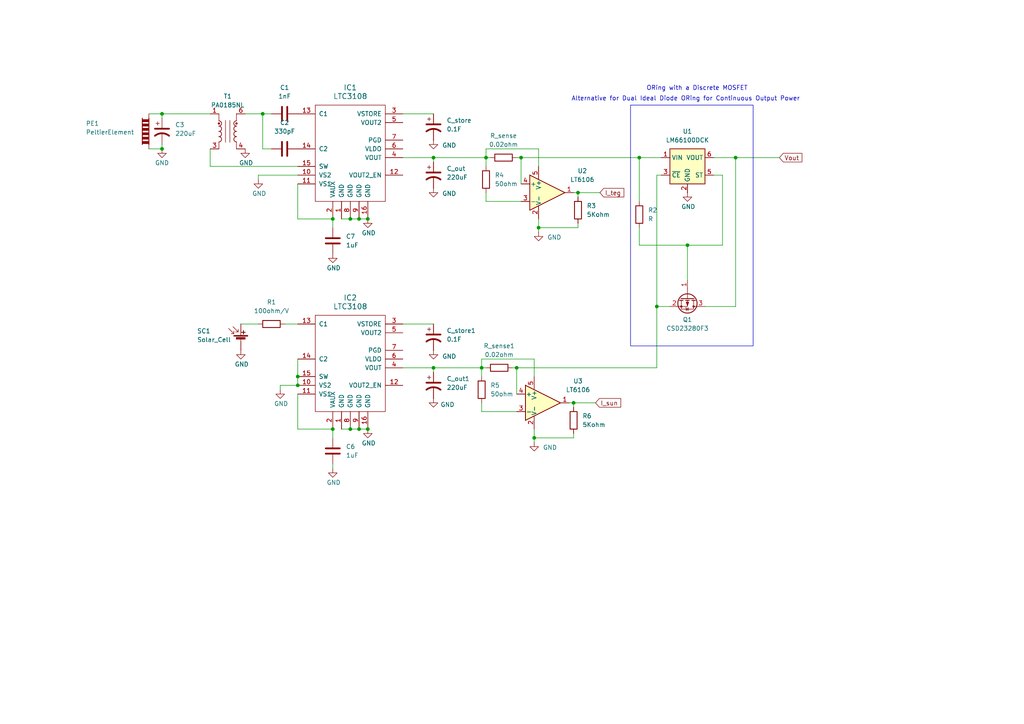
<source format=kicad_sch>
(kicad_sch (version 20231120) (generator "eeschema") (generator_version "8.0")
  (paper "A4")
  (lib_symbols
    (symbol "Amplifier_Current:LT6106" (pin_names (offset 0.127))
      (property "Reference" "U" (at 1.27 5.08 0))
      (property "Value" "LT6106" (at 0 -5.08 0))
      (symbol "LT6106_0_1"
        (polyline (pts (xy -5.08 5.08) (xy 5.08 0) (xy -5.08 -5.08) (xy -5.08 5.08)) (stroke (width 0.254)) (fill (type background)))
      )
      (symbol "LT6106_1_1"
        (pin open_collector line (at 7.62 0 180) (length 2.54) (name "~") (number "1"))
        (pin power_in line (at -2.54 -7.62 90) (length 3.81) (name "V-") (number "2"))
        (pin input line (at -7.62 -2.54 0) (length 2.54) (name "-") (number "3"))
        (pin input line (at -7.62 2.54 0) (length 2.54) (name "+") (number "4"))
        (pin power_in line (at -2.54 7.62 270) (length 3.81) (name "V+") (number "5"))
      )
    )
    (symbol "Device:C" (pin_numbers hide) (pin_names (offset 0.254))
      (property "Reference" "C" (at 0.635 2.54 0))
      (property "Value" "C" (at 0.635 -2.54 0))
      (symbol "C_0_1"
        (polyline (pts (xy -2.032 -0.762) (xy 2.032 -0.762)) (stroke (width 0.508)))
        (polyline (pts (xy -2.032 0.762) (xy 2.032 0.762)) (stroke (width 0.508)))
      )
      (symbol "C_1_1"
        (pin passive line (at 0 3.81 270) (length 2.794) (name "~") (number "1"))
        (pin passive line (at 0 -3.81 90) (length 2.794) (name "~") (number "2"))
      )
    )
    (symbol "Device:C_Polarized_US" (pin_numbers hide) (pin_names (offset 0.254) hide)
      (property "Reference" "C" (at 0.635 2.54 0))
      (property "Value" "C_Polarized_US" (at 0.635 -2.54 0))
      (symbol "C_Polarized_US_0_1"
        (polyline (pts (xy -2.032 0.762) (xy 2.032 0.762)) (stroke (width 0.508)))
        (polyline (pts (xy -1.778 2.286) (xy -0.762 2.286)))
        (polyline (pts (xy -1.27 1.778) (xy -1.27 2.794)))
        (arc (start 2.032 -1.27) (mid 0 -0.5572) (end -2.032 -1.27) (stroke (width 0.508)))
      )
      (symbol "C_Polarized_US_1_1"
        (pin passive line (at 0 3.81 270) (length 2.794) (name "~") (number "1"))
        (pin passive line (at 0 -3.81 90) (length 3.302) (name "~") (number "2"))
      )
    )
    (symbol "Device:PeltierElement" (pin_numbers hide) (pin_names (offset 0))
      (property "Reference" "PE" (at 0 3.175 0))
      (property "Value" "PeltierElement" (at 0 -1.27 0))
      (symbol "PeltierElement_0_1"
        (rectangle (start -3.556 1.905) (end -2.921 0) (fill (type outline)))
        (rectangle (start -2.286 1.905) (end -1.651 0) (fill (type outline)))
        (rectangle (start -0.381 1.905) (end -1.016 0) (fill (type outline)))
        (polyline (pts (xy -3.81 0) (xy 3.81 0)) (stroke (width 0.254)) (fill (type outline)))
        (polyline (pts (xy -3.81 1.905) (xy 3.81 1.905)) (stroke (width 0.254)))
        (rectangle (start 0.889 1.905) (end 0.254 0) (fill (type outline)))
        (rectangle (start 1.524 0) (end 2.159 1.905) (fill (type outline)))
        (rectangle (start 2.794 0) (end 3.429 1.905) (fill (type outline)))
      )
      (symbol "PeltierElement_1_1"
        (pin passive line (at -5.08 0 0) (length 1.27) (name "~") (number "1"))
        (pin passive line (at 5.08 0 180) (length 1.27) (name "~") (number "2"))
      )
    )
    (symbol "Device:R" (pin_numbers hide) (pin_names (offset 0))
      (property "Reference" "R" (at 2.032 0 90))
      (property "Value" "R" (at 0 0 90))
      (symbol "R_0_1"
        (rectangle (start -1.016 -2.54) (end 1.016 2.54) (stroke (width 0.254)))
      )
      (symbol "R_1_1"
        (pin passive line (at 0 3.81 270) (length 1.27) (name "~") (number "1"))
        (pin passive line (at 0 -3.81 90) (length 1.27) (name "~") (number "2"))
      )
    )
    (symbol "Device:Solar_Cell" (pin_numbers hide) (pin_names (offset 0) hide)
      (property "Reference" "SC" (at 2.54 2.54 0))
      (property "Value" "Solar_Cell" (at 2.54 0 0))
      (symbol "Solar_Cell_0_1"
        (rectangle (start -2.032 1.778) (end 2.032 1.524) (fill (type outline)))
        (rectangle (start -1.3208 1.1938) (end 1.27 0.6858) (fill (type outline)))
        (polyline (pts (xy -2.032 2.286) (xy -3.556 3.81)))
        (polyline (pts (xy -0.762 2.794) (xy -2.286 4.318)))
        (polyline (pts (xy 0 0.762) (xy 0 0)))
        (polyline (pts (xy 0 1.778) (xy 0 2.54)))
        (polyline (pts (xy 0.254 2.667) (xy 1.27 2.667)) (stroke (width 0.254)))
        (polyline (pts (xy 0.762 3.175) (xy 0.762 2.159)) (stroke (width 0.254)))
        (polyline (pts (xy -2.032 3.048) (xy -2.032 2.286) (xy -2.794 2.286)))
        (polyline (pts (xy -0.762 3.556) (xy -0.762 2.794) (xy -1.524 2.794)))
      )
      (symbol "Solar_Cell_1_1"
        (pin passive line (at 0 5.08 270) (length 2.54) (name "+") (number "1"))
        (pin passive line (at 0 -2.54 90) (length 2.54) (name "-") (number "2"))
      )
    )
    (symbol "Power_Management:LM66100DCK"
      (property "Reference" "U" (at -5.08 6.096 0))
      (property "Value" "LM66100DCK" (at 0.254 -6.35 0))
      (symbol "LM66100DCK_0_1"
        (rectangle (start -5.08 5.08) (end 5.08 -5.08) (stroke (width 0.254)) (fill (type background)))
      )
      (symbol "LM66100DCK_1_1"
        (pin power_in line (at -7.62 2.54 0) (length 2.54) (name "VIN") (number "1"))
        (pin power_in line (at 0 -7.62 90) (length 2.54) (name "GND") (number "2"))
        (pin input line (at -7.62 -2.54 0) (length 2.54) (name "~{CE}") (number "3"))
        (pin no_connect line (at 0 5.08 270) (length 2.54) hide (name "NC") (number "4"))
        (pin open_collector line (at 7.62 -2.54 180) (length 2.54) (name "ST") (number "5"))
        (pin power_out line (at 7.62 2.54 180) (length 2.54) (name "VOUT") (number "6"))
      )
    )
    (symbol "Transformer:PA0185NL" (pin_names hide)
      (property "Reference" "T" (at 0 6.35 0))
      (property "Value" "PA0185NL" (at 0 -6.35 0))
      (symbol "PA0185NL_0_1"
        (arc (start -2.54 -3.048) (mid -1.7813 -2.286) (end -2.54 -1.524) (stroke (width 0.2032)))
        (arc (start -2.54 -1.524) (mid -1.7813 -0.762) (end -2.54 0) (stroke (width 0.2032)))
        (arc (start -2.54 0) (mid -1.7813 0.762) (end -2.54 1.524) (stroke (width 0.2032)))
        (circle (center -2.54 2.286) (radius 0.254) (fill (type outline)))
        (polyline (pts (xy -2.54 -3.048) (xy -2.54 -5.08)))
        (polyline (pts (xy -2.54 5.08) (xy -2.54 3.048)))
        (polyline (pts (xy -0.635 3.175) (xy -0.635 -3.175)))
        (polyline (pts (xy 0.635 3.175) (xy 0.635 -3.175)))
        (polyline (pts (xy 2.54 -3.048) (xy 2.54 -5.08)))
        (polyline (pts (xy 2.54 5.08) (xy 2.54 3.048)))
        (arc (start 2.54 -1.524) (mid 1.7813 -2.286) (end 2.54 -3.048) (stroke (width 0.2032)))
        (arc (start 2.54 0) (mid 1.7813 -0.762) (end 2.54 -1.524) (stroke (width 0.2032)))
        (arc (start 2.54 1.524) (mid 1.7813 0.762) (end 2.54 0) (stroke (width 0.2032)))
        (circle (center 2.54 2.286) (radius 0.254) (fill (type outline)))
        (arc (start 2.54 3.048) (mid 1.7813 2.286) (end 2.54 1.524) (stroke (width 0.2032)))
      )
      (symbol "PA0185NL_1_1"
        (arc (start -2.54 1.524) (mid -1.7813 2.286) (end -2.54 3.048) (stroke (width 0.2032)))
        (pin passive line (at -5.08 5.08 0) (length 2.54) (name "~") (number "1"))
        (pin passive line (at -5.08 -5.08 0) (length 2.54) (name "~") (number "3"))
        (pin passive line (at 5.08 -5.08 180) (length 2.54) (name "~") (number "4"))
        (pin passive line (at 5.08 5.08 180) (length 2.54) (name "~") (number "6"))
      )
    )
    (symbol "Transistor_FET:CSD25480F3" (pin_names hide)
      (property "Reference" "Q" (at 5.715 1.905 0))
      (property "Value" "CSD25480F3" (at 11.811 -0.127 0))
      (symbol "CSD25480F3_0_1"
        (polyline (pts (xy 0.254 0) (xy -2.54 0)))
        (polyline (pts (xy 0.254 1.905) (xy 0.254 -1.905)) (stroke (width 0.254)))
        (polyline (pts (xy 0.762 -1.27) (xy 0.762 -2.286)) (stroke (width 0.254)))
        (polyline (pts (xy 0.762 0.508) (xy 0.762 -0.508)) (stroke (width 0.254)))
        (polyline (pts (xy 0.762 2.286) (xy 0.762 1.27)) (stroke (width 0.254)))
        (polyline (pts (xy 2.54 2.54) (xy 2.54 1.778)))
        (polyline (pts (xy 2.54 -2.54) (xy 2.54 0) (xy 0.762 0)))
        (polyline (pts (xy 0.762 1.778) (xy 3.302 1.778) (xy 3.302 -1.778) (xy 0.762 -1.778)))
        (polyline (pts (xy 2.286 0) (xy 1.27 0.381) (xy 1.27 -0.381) (xy 2.286 0)) (fill (type outline)))
        (polyline (pts (xy 2.794 -0.508) (xy 2.921 -0.381) (xy 3.683 -0.381) (xy 3.81 -0.254)))
        (polyline (pts (xy 3.302 -0.381) (xy 2.921 0.254) (xy 3.683 0.254) (xy 3.302 -0.381)))
        (circle (center 1.651 0) (radius 2.794) (stroke (width 0.254)))
        (circle (center 2.54 -1.778) (radius 0.254) (fill (type outline)))
        (circle (center 2.54 1.778) (radius 0.254) (fill (type outline)))
      )
      (symbol "CSD25480F3_1_1"
        (pin input line (at -5.08 0 0) (length 2.54) (name "G") (number "1"))
        (pin passive line (at 2.54 -5.08 90) (length 2.54) (name "S") (number "2"))
        (pin passive line (at 2.54 5.08 270) (length 2.54) (name "D") (number "3"))
      )
    )
    (symbol "ltc3108-cache:LTC3108" (pin_names (offset 1.016))
      (property "Reference" "IC" (at 8.89 13.97 0))
      (property "Value" "LTC3108" (at -5.08 13.97 0))
      (symbol "LTC3108_0_1"
        (rectangle (start 10.16 -15.24) (end -10.16 12.7))
      )
      (symbol "LTC3108_1_1"
        (pin power_in line (at -2.54 -20.32 90) (length 5.08) (name "GND") (number "1"))
        (pin input line (at -15.24 -7.62 0) (length 5.08) (name "VS2") (number "10"))
        (pin input line (at -15.24 -10.16 0) (length 5.08) (name "VS1") (number "11"))
        (pin input line (at 15.24 -7.62 180) (length 5.08) (name "VOUT2_EN") (number "12"))
        (pin power_in line (at -15.24 10.16 0) (length 5.08) (name "C1") (number "13"))
        (pin power_in line (at -15.24 0 0) (length 5.08) (name "C2") (number "14"))
        (pin power_out line (at -15.24 -5.08 0) (length 5.08) (name "SW") (number "15"))
        (pin power_in line (at 5.08 -20.32 90) (length 5.08) (name "GND") (number "16"))
        (pin power_out line (at -5.08 -20.32 90) (length 5.08) (name "VAUX") (number "2"))
        (pin power_out line (at 15.24 10.16 180) (length 5.08) (name "VSTORE") (number "3"))
        (pin power_out line (at 15.24 -2.54 180) (length 5.08) (name "VOUT") (number "4"))
        (pin power_out line (at 15.24 7.62 180) (length 5.08) (name "VOUT2") (number "5"))
        (pin power_out line (at 15.24 0 180) (length 5.08) (name "VLDO") (number "6"))
        (pin output line (at 15.24 2.54 180) (length 5.08) (name "PGD") (number "7"))
        (pin power_in line (at 0 -20.32 90) (length 5.08) (name "GND") (number "8"))
        (pin power_in line (at 2.54 -20.32 90) (length 5.08) (name "GND") (number "9"))
      )
    )
    (symbol "power:GND" (power) (pin_numbers hide) (pin_names (offset 0) hide)
      (property "Value" "GND" (at 0 -3.81 0))
      (symbol "GND_0_1"
        (polyline (pts (xy 0 0) (xy 0 -1.27) (xy 1.27 -1.27) (xy 0 -2.54) (xy -1.27 -1.27) (xy 0 -1.27)))
      )
      (symbol "GND_1_1"
        (pin power_in line (at 0 0 270) (length 0) (name "~") (number "1"))
      )
    )
  )
  (junction (at 185.42 45.72))
  (junction (at 86.36 109.22))
  (junction (at 104.14 124.46))
  (junction (at 104.14 63.5))
  (junction (at 96.52 63.5))
  (junction (at 166.37 116.84))
  (junction (at 125.73 45.72))
  (junction (at 151.13 45.72))
  (junction (at 96.52 124.46))
  (junction (at 101.6 63.5))
  (junction (at 213.36 45.72))
  (junction (at 156.21 66.04))
  (junction (at 46.99 43.18))
  (junction (at 140.97 45.72))
  (junction (at 76.2 33.02))
  (junction (at 86.36 111.76))
  (junction (at 190.5 88.9))
  (junction (at 154.94 127))
  (junction (at 125.73 106.68))
  (junction (at 46.99 33.02))
  (junction (at 199.39 71.12))
  (junction (at 139.7 106.68))
  (junction (at 101.6 124.46))
  (junction (at 167.64 55.88))
  (junction (at 106.68 124.46))
  (junction (at 106.68 63.5))
  (junction (at 149.86 106.68))
  (wire (pts (xy 190.5 106.68) (xy 149.86 106.68)))
  (wire (pts (xy 125.73 46.99) (xy 125.73 45.72)))
  (wire (pts (xy 149.86 119.38) (xy 139.7 119.38)))
  (wire (pts (xy 190.5 88.9) (xy 194.31 88.9)))
  (wire (pts (xy 71.12 33.02) (xy 76.2 33.02)))
  (wire (pts (xy 190.5 50.8) (xy 190.5 88.9)))
  (wire (pts (xy 167.64 55.88) (xy 173.99 55.88)))
  (wire (pts (xy 116.84 93.98) (xy 125.73 93.98)))
  (wire (pts (xy 96.52 63.5) (xy 96.52 66.04)))
  (wire (pts (xy 86.36 111.76) (xy 81.28 111.76)))
  (wire (pts (xy 151.13 45.72) (xy 151.13 53.34)))
  (wire (pts (xy 101.6 124.46) (xy 104.14 124.46)))
  (wire (pts (xy 149.86 45.72) (xy 151.13 45.72)))
  (wire (pts (xy 46.99 33.02) (xy 60.96 33.02)))
  (wire (pts (xy 185.42 45.72) (xy 185.42 58.42)))
  (wire (pts (xy 209.55 50.8) (xy 209.55 71.12)))
  (wire (pts (xy 140.97 45.72) (xy 142.24 45.72)))
  (wire (pts (xy 140.97 45.72) (xy 140.97 48.26)))
  (wire (pts (xy 199.39 71.12) (xy 199.39 81.28)))
  (wire (pts (xy 76.2 33.02) (xy 78.74 33.02)))
  (wire (pts (xy 76.2 33.02) (xy 76.2 43.18)))
  (wire (pts (xy 139.7 106.68) (xy 125.73 106.68)))
  (wire (pts (xy 139.7 106.68) (xy 140.97 106.68)))
  (wire (pts (xy 43.18 33.02) (xy 46.99 33.02)))
  (wire (pts (xy 99.06 63.5) (xy 101.6 63.5)))
  (wire (pts (xy 166.37 116.84) (xy 165.1 116.84)))
  (wire (pts (xy 140.97 43.18) (xy 140.97 45.72)))
  (wire (pts (xy 167.64 55.88) (xy 166.37 55.88)))
  (wire (pts (xy 185.42 45.72) (xy 191.77 45.72)))
  (wire (pts (xy 99.06 124.46) (xy 101.6 124.46)))
  (wire (pts (xy 209.55 71.12) (xy 199.39 71.12)))
  (wire (pts (xy 139.7 104.14) (xy 139.7 106.68)))
  (wire (pts (xy 185.42 66.04) (xy 185.42 71.12)))
  (wire (pts (xy 86.36 109.22) (xy 86.36 111.76)))
  (wire (pts (xy 86.36 48.26) (xy 60.96 48.26)))
  (wire (pts (xy 167.64 64.77) (xy 167.64 66.04)))
  (wire (pts (xy 46.99 34.29) (xy 46.99 33.02)))
  (wire (pts (xy 154.94 109.22) (xy 154.94 104.14)))
  (wire (pts (xy 151.13 45.72) (xy 185.42 45.72)))
  (wire (pts (xy 167.64 66.04) (xy 156.21 66.04)))
  (wire (pts (xy 43.18 43.18) (xy 46.99 43.18)))
  (wire (pts (xy 69.85 93.98) (xy 74.93 93.98)))
  (wire (pts (xy 104.14 63.5) (xy 106.68 63.5)))
  (wire (pts (xy 139.7 119.38) (xy 139.7 116.84)))
  (wire (pts (xy 156.21 48.26) (xy 156.21 43.18)))
  (wire (pts (xy 74.93 50.8) (xy 74.93 52.07)))
  (wire (pts (xy 156.21 43.18) (xy 140.97 43.18)))
  (wire (pts (xy 116.84 33.02) (xy 125.73 33.02)))
  (wire (pts (xy 125.73 107.95) (xy 125.73 106.68)))
  (wire (pts (xy 96.52 134.62) (xy 96.52 135.89)))
  (wire (pts (xy 139.7 106.68) (xy 139.7 109.22)))
  (wire (pts (xy 125.73 45.72) (xy 140.97 45.72)))
  (wire (pts (xy 86.36 53.34) (xy 86.36 63.5)))
  (wire (pts (xy 101.6 63.5) (xy 104.14 63.5)))
  (wire (pts (xy 60.96 48.26) (xy 60.96 43.18)))
  (wire (pts (xy 154.94 104.14) (xy 139.7 104.14)))
  (wire (pts (xy 86.36 124.46) (xy 96.52 124.46)))
  (wire (pts (xy 78.74 43.18) (xy 76.2 43.18)))
  (wire (pts (xy 82.55 93.98) (xy 86.36 93.98)))
  (wire (pts (xy 116.84 45.72) (xy 125.73 45.72)))
  (wire (pts (xy 149.86 106.68) (xy 148.59 106.68)))
  (wire (pts (xy 81.28 111.76) (xy 81.28 113.03)))
  (wire (pts (xy 156.21 67.31) (xy 156.21 66.04)))
  (wire (pts (xy 86.36 114.3) (xy 86.36 124.46)))
  (wire (pts (xy 86.36 104.14) (xy 86.36 109.22)))
  (wire (pts (xy 46.99 41.91) (xy 46.99 43.18)))
  (wire (pts (xy 191.77 50.8) (xy 190.5 50.8)))
  (wire (pts (xy 96.52 124.46) (xy 96.52 127)))
  (wire (pts (xy 204.47 88.9) (xy 213.36 88.9)))
  (wire (pts (xy 167.64 57.15) (xy 167.64 55.88)))
  (wire (pts (xy 104.14 124.46) (xy 106.68 124.46)))
  (wire (pts (xy 86.36 50.8) (xy 74.93 50.8)))
  (wire (pts (xy 166.37 125.73) (xy 166.37 127)))
  (wire (pts (xy 116.84 106.68) (xy 125.73 106.68)))
  (wire (pts (xy 185.42 71.12) (xy 199.39 71.12)))
  (wire (pts (xy 166.37 116.84) (xy 172.72 116.84)))
  (wire (pts (xy 151.13 58.42) (xy 140.97 58.42)))
  (wire (pts (xy 149.86 106.68) (xy 149.86 114.3)))
  (wire (pts (xy 213.36 88.9) (xy 213.36 45.72)))
  (wire (pts (xy 86.36 63.5) (xy 96.52 63.5)))
  (wire (pts (xy 213.36 45.72) (xy 226.06 45.72)))
  (wire (pts (xy 154.94 128.27) (xy 154.94 127)))
  (wire (pts (xy 213.36 45.72) (xy 207.01 45.72)))
  (wire (pts (xy 140.97 58.42) (xy 140.97 55.88)))
  (wire (pts (xy 190.5 88.9) (xy 190.5 106.68)))
  (wire (pts (xy 166.37 127) (xy 154.94 127)))
  (wire (pts (xy 207.01 50.8) (xy 209.55 50.8)))
  (wire (pts (xy 156.21 66.04) (xy 156.21 63.5)))
  (wire (pts (xy 166.37 118.11) (xy 166.37 116.84)))
  (wire (pts (xy 154.94 127) (xy 154.94 124.46)))
  (rectangle (start 182.88 30.48) (end 218.44 100.33))
  (text "Alternative for Dual Ideal Diode ORing for Continuous Output Power" (at 198.882 28.702 0) (effects (font (size 1.27 1.27))))
  (text "ORing with a Discrete MOSFET" (at 202.184 25.654 0) (effects (font (size 1.27 1.27))))
  (global_label "Vout" (shape input) (at 226.06 45.72 0) (property "Intersheetrefs" "${INTERSHEET_REFS}" (effects (hide yes))))
  (global_label "I_sun" (shape input) (at 172.72 116.84 0) (property "Intersheetrefs" "${INTERSHEET_REFS}" (effects (hide yes))))
  (global_label "I_teg" (shape input) (at 173.99 55.88 0) (property "Intersheetrefs" "${INTERSHEET_REFS}" (effects (hide yes))))
  (symbol (lib_id "Device:C_Polarized_US") (at 46.99 38.1 0) (unit 1)
    (property "Reference" "C3" (at 50.8 36.1949 0) (effects (justify left)))
    (property "Value" "220uF" (at 50.8 38.7349 0) (effects (justify left)))
    (property "Description" "Polarized capacitor, US symbol" (effects (hide yes)))
  )
  (symbol (lib_id "Amplifier_Current:LT6106") (at 158.75 55.88 0) (unit 1)
    (property "Reference" "U2" (at 168.91 49.5614 0))
    (property "Value" "LT6106" (at 168.91 52.1014 0))
    (property "Footprint" "Package_TO_SOT_SMD:SOT-23-5" (effects (hide yes)))
    (property "Datasheet" "https://www.analog.com/media/en/technical-documentation/data-sheets/6106fb.pdf" (effects (hide yes)))
    (property "Description" "36V Low Cost, High Side Current Sense, SOT-23-5" (effects (hide yes)))
  )
  (symbol (lib_id "Device:C_Polarized_US") (at 125.73 36.83 0) (unit 1)
    (property "Reference" "C_store" (at 129.54 34.9249 0) (effects (justify left)))
    (property "Value" "0.1F" (at 129.54 37.4649 0) (effects (justify left)))
    (property "Description" "Polarized capacitor, US symbol" (effects (hide yes)))
  )
  (symbol (lib_id "Device:C") (at 96.52 130.81 0) (unit 1)
    (property "Reference" "C6" (at 100.33 129.5399 0) (effects (justify left)))
    (property "Value" "1uF" (at 100.33 132.0799 0) (effects (justify left)))
    (property "Description" "Unpolarized capacitor" (effects (hide yes)))
  )
  (symbol (lib_id "power:GND") (at 69.85 101.6 0) (unit 1)
    (property "Reference" "#PWR013" (effects (hide yes)))
    (property "Value" "GND" (at 70.104 105.664 0))
    (property "Description" "Power symbol creates a global label with name \"GND\" , ground" (effects (hide yes)))
  )
  (symbol (lib_id "power:GND") (at 96.52 135.89 0) (unit 1)
    (property "Reference" "#PWR09" (effects (hide yes)))
    (property "Value" "GND" (at 96.774 139.954 0))
    (property "Description" "Power symbol creates a global label with name \"GND\" , ground" (effects (hide yes)))
  )
  (symbol (lib_id "power:GND") (at 154.94 128.27 0) (unit 1)
    (property "Reference" "#PWR016" (effects (hide yes)))
    (property "Value" "GND" (at 159.512 129.794 0))
    (property "Description" "Power symbol creates a global label with name \"GND\" , ground" (effects (hide yes)))
  )
  (symbol (lib_id "Device:C_Polarized_US") (at 125.73 97.79 0) (unit 1)
    (property "Reference" "C_store1" (at 129.54 95.8849 0) (effects (justify left)))
    (property "Value" "0.1F" (at 129.54 98.4249 0) (effects (justify left)))
    (property "Description" "Polarized capacitor, US symbol" (effects (hide yes)))
  )
  (symbol (lib_id "Device:C") (at 82.55 33.02 90) (unit 1)
    (property "Reference" "C1" (at 82.55 25.4 90))
    (property "Value" "1nF" (at 82.55 27.94 90))
    (property "Description" "Unpolarized capacitor" (effects (hide yes)))
  )
  (symbol (lib_id "Device:R") (at 185.42 62.23 0) (unit 1)
    (property "Reference" "R2" (at 187.96 60.9599 0) (effects (justify left)))
    (property "Value" "R" (at 187.96 63.4999 0) (effects (justify left)))
    (property "Description" "Resistor" (effects (hide yes)))
  )
  (symbol (lib_id "power:GND") (at 125.73 54.61 0) (unit 1)
    (property "Reference" "#PWR07" (effects (hide yes)))
    (property "Value" "GND" (at 130.302 56.134 0))
    (property "Description" "Power symbol creates a global label with name \"GND\" , ground" (effects (hide yes)))
  )
  (symbol (lib_id "power:GND") (at 125.73 115.57 0) (unit 1)
    (property "Reference" "#PWR012" (effects (hide yes)))
    (property "Value" "GND" (at 129.794 117.348 0))
    (property "Description" "Power symbol creates a global label with name \"GND\" , ground" (effects (hide yes)))
  )
  (symbol (lib_id "power:GND") (at 96.52 73.66 0) (unit 1)
    (property "Reference" "#PWR05" (effects (hide yes)))
    (property "Value" "GND" (at 96.774 77.724 0))
    (property "Description" "Power symbol creates a global label with name \"GND\" , ground" (effects (hide yes)))
  )
  (symbol (lib_id "power:GND") (at 46.99 43.18 0) (unit 1)
    (property "Reference" "#PWR02" (effects (hide yes)))
    (property "Value" "GND" (at 46.99 47.244 0))
    (property "Description" "Power symbol creates a global label with name \"GND\" , ground" (effects (hide yes)))
  )
  (symbol (lib_id "power:GND") (at 125.73 101.6 0) (unit 1)
    (property "Reference" "#PWR011" (effects (hide yes)))
    (property "Value" "GND" (at 130.302 103.378 0))
    (property "Description" "Power symbol creates a global label with name \"GND\" , ground" (effects (hide yes)))
  )
  (symbol (lib_id "ltc3108-cache:LTC3108") (at 101.6 43.18 0) (unit 1)
    (property "Reference" "IC1" (at 101.6 25.4 0) (effects (font (size 1.524 1.524))))
    (property "Value" "LTC3108" (at 101.6 27.94 0) (effects (font (size 1.524 1.524))))
  )
  (symbol (lib_id "power:GND") (at 71.12 43.18 0) (unit 1)
    (property "Reference" "#PWR01" (effects (hide yes)))
    (property "Value" "GND" (at 71.374 47.244 0))
    (property "Description" "Power symbol creates a global label with name \"GND\" , ground" (effects (hide yes)))
  )
  (symbol (lib_id "Device:R") (at 144.78 106.68 90) (unit 1)
    (property "Reference" "R_sense1" (at 144.78 100.33 90))
    (property "Value" "0.02ohm" (at 144.78 102.87 90))
    (property "Description" "Resistor" (effects (hide yes)))
  )
  (symbol (lib_id "Power_Management:LM66100DCK") (at 199.39 48.26 0) (unit 1)
    (property "Reference" "U1" (at 199.39 38.1 0))
    (property "Value" "LM66100DCK" (at 199.39 40.64 0))
    (property "Footprint" "Package_TO_SOT_SMD:SOT-363_SC-70-6" (effects (hide yes)))
    (property "Datasheet" "https://www.ti.com/lit/ds/symlink/lm66100.pdf" (effects (hide yes)))
    (property "Description" "Ideal Diode With Input Polarity Protection 1.5 - 5.5V  Input Voltage, 1.5A Output Current, Ron 141 mOhm, SC-70-6" (effects (hide yes)))
  )
  (symbol (lib_id "power:GND") (at 199.39 55.88 0) (unit 1)
    (property "Reference" "#PWR014" (effects (hide yes)))
    (property "Value" "GND" (at 199.644 59.944 0))
    (property "Description" "Power symbol creates a global label with name \"GND\" , ground" (effects (hide yes)))
  )
  (symbol (lib_id "Device:R") (at 166.37 121.92 180) (unit 1)
    (property "Reference" "R6" (at 168.91 120.6499 0) (effects (justify right)))
    (property "Value" "5Kohm" (at 168.91 123.1899 0) (effects (justify right)))
    (property "Description" "Resistor" (effects (hide yes)))
  )
  (symbol (lib_id "ltc3108-cache:LTC3108") (at 101.6 104.14 0) (unit 1)
    (property "Reference" "IC2" (at 101.6 86.36 0) (effects (font (size 1.524 1.524))))
    (property "Value" "LTC3108" (at 101.6 88.9 0) (effects (font (size 1.524 1.524))))
  )
  (symbol (lib_id "power:GND") (at 74.93 52.07 0) (unit 1)
    (property "Reference" "#PWR04" (effects (hide yes)))
    (property "Value" "GND" (at 75.184 56.134 0))
    (property "Description" "Power symbol creates a global label with name \"GND\" , ground" (effects (hide yes)))
  )
  (symbol (lib_id "power:GND") (at 106.68 124.46 0) (unit 1)
    (property "Reference" "#PWR010" (effects (hide yes)))
    (property "Value" "GND" (at 106.934 128.524 0))
    (property "Description" "Power symbol creates a global label with name \"GND\" , ground" (effects (hide yes)))
  )
  (symbol (lib_id "Device:R") (at 78.74 93.98 90) (unit 1)
    (property "Reference" "R1" (at 78.74 87.63 90))
    (property "Value" "100ohm/V" (at 78.74 90.17 90))
    (property "Description" "Resistor" (effects (hide yes)))
  )
  (symbol (lib_id "power:GND") (at 106.68 63.5 0) (unit 1)
    (property "Reference" "#PWR06" (effects (hide yes)))
    (property "Value" "GND" (at 106.934 67.564 0))
    (property "Description" "Power symbol creates a global label with name \"GND\" , ground" (effects (hide yes)))
  )
  (symbol (lib_id "power:GND") (at 156.21 67.31 0) (unit 1)
    (property "Reference" "#PWR015" (effects (hide yes)))
    (property "Value" "GND" (at 160.782 68.834 0))
    (property "Description" "Power symbol creates a global label with name \"GND\" , ground" (effects (hide yes)))
  )
  (symbol (lib_id "Device:R") (at 167.64 60.96 180) (unit 1)
    (property "Reference" "R3" (at 170.18 59.6899 0) (effects (justify right)))
    (property "Value" "5Kohm" (at 170.18 62.2299 0) (effects (justify right)))
    (property "Description" "Resistor" (effects (hide yes)))
  )
  (symbol (lib_id "Device:C_Polarized_US") (at 125.73 111.76 0) (unit 1)
    (property "Reference" "C_out1" (at 129.54 109.8549 0) (effects (justify left)))
    (property "Value" "220uF" (at 129.54 112.3949 0) (effects (justify left)))
    (property "Description" "Polarized capacitor, US symbol" (effects (hide yes)))
  )
  (symbol (lib_id "Device:Solar_Cell") (at 69.85 99.06 0) (unit 1)
    (property "Reference" "SC1" (at 57.15 96.012 0) (effects (justify left)))
    (property "Value" "Solar_Cell" (at 57.15 98.552 0) (effects (justify left)))
    (property "Description" "Single solar cell" (effects (hide yes)))
  )
  (symbol (lib_id "Device:PeltierElement") (at 43.18 38.1 90) (unit 1)
    (property "Reference" "PE1" (at 24.892 35.814 90) (effects (justify right)))
    (property "Value" "PeltierElement" (at 24.892 38.354 90) (effects (justify right)))
    (property "Description" "Peltier element, thermoelectric cooler" (effects (hide yes)))
  )
  (symbol (lib_id "Transistor_FET:CSD25480F3") (at 199.39 86.36 270) (unit 1)
    (property "Reference" "Q1" (at 199.39 92.71 90))
    (property "Value" "CSD23280F3" (at 199.39 95.25 90))
    (property "Footprint" "Package_DFN_QFN:Texas_PicoStar_DFN-3_0.69x0.60mm" (effects (hide yes)))
    (property "Datasheet" "https://www.ti.com/lit/ds/symlink/csd25480f3.pdf" (effects (hide yes)))
    (property "Description" "-1.7A Id, -20V Vds, P-Channel MOSFET, 159mOhm Ron,max @ 4.5Vgs, 0.70nC Qg,typ @ 4.5Vgs, PicoStar 0.73x0.64mm max, 0.69x0.60mm nom" (effects (hide yes)))
  )
  (symbol (lib_id "power:GND") (at 125.73 40.64 0) (unit 1)
    (property "Reference" "#PWR03" (effects (hide yes)))
    (property "Value" "GND" (at 130.302 42.164 0))
    (property "Description" "Power symbol creates a global label with name \"GND\" , ground" (effects (hide yes)))
  )
  (symbol (lib_id "Device:C") (at 96.52 69.85 0) (unit 1)
    (property "Reference" "C7" (at 100.33 68.5799 0) (effects (justify left)))
    (property "Value" "1uF" (at 100.33 71.1199 0) (effects (justify left)))
    (property "Description" "Unpolarized capacitor" (effects (hide yes)))
  )
  (symbol (lib_id "Device:R") (at 146.05 45.72 90) (unit 1)
    (property "Reference" "R_sense" (at 146.05 39.37 90))
    (property "Value" "0.02ohm" (at 146.05 41.91 90))
    (property "Description" "Resistor" (effects (hide yes)))
  )
  (symbol (lib_id "Device:C") (at 82.55 43.18 90) (unit 1)
    (property "Reference" "C2" (at 82.55 35.56 90))
    (property "Value" "330pF" (at 82.55 38.1 90))
    (property "Description" "Unpolarized capacitor" (effects (hide yes)))
  )
  (symbol (lib_id "Device:C_Polarized_US") (at 125.73 50.8 0) (unit 1)
    (property "Reference" "C_out" (at 129.54 48.8949 0) (effects (justify left)))
    (property "Value" "220uF" (at 129.54 51.4349 0) (effects (justify left)))
    (property "Description" "Polarized capacitor, US symbol" (effects (hide yes)))
  )
  (symbol (lib_id "Amplifier_Current:LT6106") (at 157.48 116.84 0) (unit 1)
    (property "Reference" "U3" (at 167.64 110.5214 0))
    (property "Value" "LT6106" (at 167.64 113.0614 0))
    (property "Footprint" "Package_TO_SOT_SMD:SOT-23-5" (effects (hide yes)))
    (property "Datasheet" "https://www.analog.com/media/en/technical-documentation/data-sheets/6106fb.pdf" (effects (hide yes)))
    (property "Description" "36V Low Cost, High Side Current Sense, SOT-23-5" (effects (hide yes)))
  )
  (symbol (lib_id "power:GND") (at 81.28 113.03 0) (unit 1)
    (property "Reference" "#PWR08" (effects (hide yes)))
    (property "Value" "GND" (at 81.534 117.094 0))
    (property "Description" "Power symbol creates a global label with name \"GND\" , ground" (effects (hide yes)))
  )
  (symbol (lib_id "Transformer:PA0185NL") (at 66.04 38.1 0) (unit 1)
    (property "Reference" "T1" (at 66.04 27.94 0))
    (property "Value" "PA0185NL" (at 66.04 30.48 0))
    (property "Footprint" "Transformer_SMD:Pulse_PA2006NL" (effects (hide yes)))
    (property "Datasheet" "https://productfinder.pulseeng.com/products/datasheets/SPM2007_61.pdf" (effects (hide yes)))
    (property "Description" "SMT Gate Drive Transformer, 1:1" (effects (hide yes)))
  )
  (symbol (lib_id "Device:R") (at 140.97 52.07 180) (unit 1)
    (property "Reference" "R4" (at 143.51 50.7999 0) (effects (justify right)))
    (property "Value" "50ohm" (at 143.51 53.3399 0) (effects (justify right)))
    (property "Description" "Resistor" (effects (hide yes)))
  )
  (symbol (lib_id "Device:R") (at 139.7 113.03 180) (unit 1)
    (property "Reference" "R5" (at 142.24 111.7599 0) (effects (justify right)))
    (property "Value" "50ohm" (at 142.24 114.2999 0) (effects (justify right)))
    (property "Description" "Resistor" (effects (hide yes)))
  )
)
</source>
